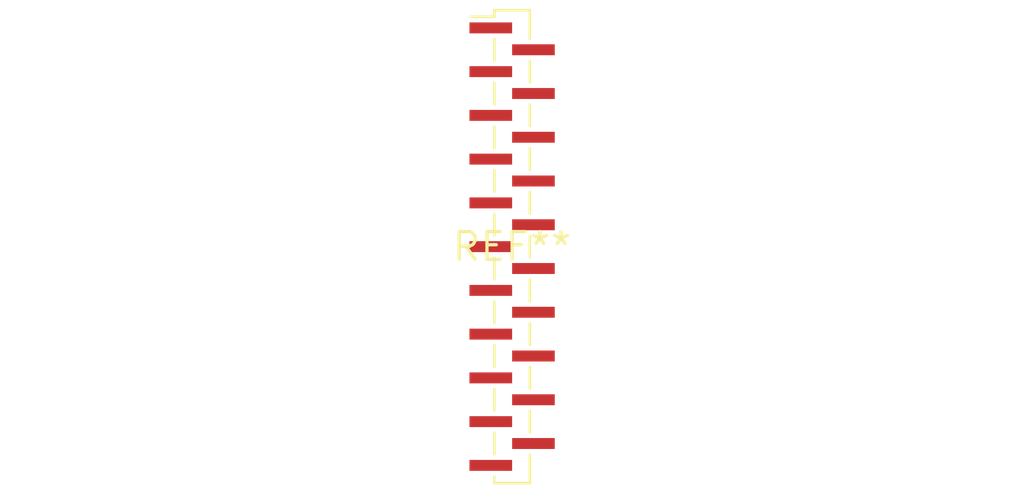
<source format=kicad_pcb>
(kicad_pcb (version 20240108) (generator pcbnew)
  (layers (0 "F.Cu" signal) (31 "B.Cu" signal) (34 "B.Paste" user) (35 "F.Paste" user) (36 "B.SilkS" user "B.Silkscreen") (37 "F.SilkS" user "F.Silkscreen") (38 "B.Mask" user) (39 "F.Mask" user) (44 "Edge.Cuts" user))
  (net 0 "")
  (footprint "PinSocket_1x21_P1.00mm_Vertical_SMD_Pin1Left" (layer "F.Cu") (at 0 0)
    (property "Reference" "REF**")
    (property "Value" "PinSocket_1x21_P1.00mm_Vertical_SMD_Pin1Left")
    (fp_line (start -1.89 -10.51) (end -0.81 -10.51) (layer "F.SilkS") (stroke (width 0.12)))
    (fp_line (start -0.81 -10.81) (end -0.81 -10.51) (layer "F.SilkS") (stroke (width 0.12)))
    (fp_line (start -0.81 -10.81) (end 0.81 -10.81) (layer "F.SilkS") (stroke (width 0.12)))
    (fp_line (start -0.81 -9.49) (end -0.81 -8.51) (layer "F.SilkS") (stroke (width 0.12)))
    (fp_line (start -0.81 -7.49) (end -0.81 -6.51) (layer "F.SilkS") (stroke (width 0.12)))
    (fp_line (start -0.81 -5.49) (end -0.81 -4.51) (layer "F.SilkS") (stroke (width 0.12)))
    (fp_line (start -0.81 -3.49) (end -0.81 -2.51) (layer "F.SilkS") (stroke (width 0.12)))
    (fp_line (start -0.81 -1.49) (end -0.81 -0.51) (layer "F.SilkS") (stroke (width 0.12)))
    (fp_line (start -0.81 0.51) (end -0.81 1.49) (layer "F.SilkS") (stroke (width 0.12)))
    (fp_line (start -0.81 2.51) (end -0.81 3.49) (layer "F.SilkS") (stroke (width 0.12)))
    (fp_line (start -0.81 4.51) (end -0.81 5.49) (layer "F.SilkS") (stroke (width 0.12)))
    (fp_line (start -0.81 6.51) (end -0.81 7.49) (layer "F.SilkS") (stroke (width 0.12)))
    (fp_line (start -0.81 8.51) (end -0.81 9.49) (layer "F.SilkS") (stroke (width 0.12)))
    (fp_line (start -0.81 10.51) (end -0.81 10.81) (layer "F.SilkS") (stroke (width 0.12)))
    (fp_line (start -0.81 10.81) (end 0.81 10.81) (layer "F.SilkS") (stroke (width 0.12)))
    (fp_line (start 0.81 -10.81) (end 0.81 -9.51) (layer "F.SilkS") (stroke (width 0.12)))
    (fp_line (start 0.81 -8.49) (end 0.81 -7.51) (layer "F.SilkS") (stroke (width 0.12)))
    (fp_line (start 0.81 -6.49) (end 0.81 -5.51) (layer "F.SilkS") (stroke (width 0.12)))
    (fp_line (start 0.81 -4.49) (end 0.81 -3.51) (layer "F.SilkS") (stroke (width 0.12)))
    (fp_line (start 0.81 -2.49) (end 0.81 -1.51) (layer "F.SilkS") (stroke (width 0.12)))
    (fp_line (start 0.81 -0.49) (end 0.81 0.49) (layer "F.SilkS") (stroke (width 0.12)))
    (fp_line (start 0.81 1.51) (end 0.81 2.49) (layer "F.SilkS") (stroke (width 0.12)))
    (fp_line (start 0.81 3.51) (end 0.81 4.49) (layer "F.SilkS") (stroke (width 0.12)))
    (fp_line (start 0.81 5.51) (end 0.81 6.49) (layer "F.SilkS") (stroke (width 0.12)))
    (fp_line (start 0.81 7.51) (end 0.81 8.49) (layer "F.SilkS") (stroke (width 0.12)))
    (fp_line (start 0.81 9.51) (end 0.81 10.81) (layer "F.SilkS") (stroke (width 0.12)))
    (pad "1" smd rect (at -0.975 -10) (size 1.95 0.5) (layers "F.Cu" "F.Paste" "F.Mask"))
    (pad "2" smd rect (at 0.975 -9) (size 1.95 0.5) (layers "F.Cu" "F.Paste" "F.Mask"))
    (pad "3" smd rect (at -0.975 -8) (size 1.95 0.5) (layers "F.Cu" "F.Paste" "F.Mask"))
    (pad "4" smd rect (at 0.975 -7) (size 1.95 0.5) (layers "F.Cu" "F.Paste" "F.Mask"))
    (pad "5" smd rect (at -0.975 -6) (size 1.95 0.5) (layers "F.Cu" "F.Paste" "F.Mask"))
    (pad "6" smd rect (at 0.975 -5) (size 1.95 0.5) (layers "F.Cu" "F.Paste" "F.Mask"))
    (pad "7" smd rect (at -0.975 -4) (size 1.95 0.5) (layers "F.Cu" "F.Paste" "F.Mask"))
    (pad "8" smd rect (at 0.975 -3) (size 1.95 0.5) (layers "F.Cu" "F.Paste" "F.Mask"))
    (pad "9" smd rect (at -0.975 -2) (size 1.95 0.5) (layers "F.Cu" "F.Paste" "F.Mask"))
    (pad "10" smd rect (at 0.975 -1) (size 1.95 0.5) (layers "F.Cu" "F.Paste" "F.Mask"))
    (pad "11" smd rect (at -0.975 0) (size 1.95 0.5) (layers "F.Cu" "F.Paste" "F.Mask"))
    (pad "12" smd rect (at 0.975 1) (size 1.95 0.5) (layers "F.Cu" "F.Paste" "F.Mask"))
    (pad "13" smd rect (at -0.975 2) (size 1.95 0.5) (layers "F.Cu" "F.Paste" "F.Mask"))
    (pad "14" smd rect (at 0.975 3) (size 1.95 0.5) (layers "F.Cu" "F.Paste" "F.Mask"))
    (pad "15" smd rect (at -0.975 4) (size 1.95 0.5) (layers "F.Cu" "F.Paste" "F.Mask"))
    (pad "16" smd rect (at 0.975 5) (size 1.95 0.5) (layers "F.Cu" "F.Paste" "F.Mask"))
    (pad "17" smd rect (at -0.975 6) (size 1.95 0.5) (layers "F.Cu" "F.Paste" "F.Mask"))
    (pad "18" smd rect (at 0.975 7) (size 1.95 0.5) (layers "F.Cu" "F.Paste" "F.Mask"))
    (pad "19" smd rect (at -0.975 8) (size 1.95 0.5) (layers "F.Cu" "F.Paste" "F.Mask"))
    (pad "20" smd rect (at 0.975 9) (size 1.95 0.5) (layers "F.Cu" "F.Paste" "F.Mask"))
    (pad "21" smd rect (at -0.975 10) (size 1.95 0.5) (layers "F.Cu" "F.Paste" "F.Mask"))
  )
)
</source>
